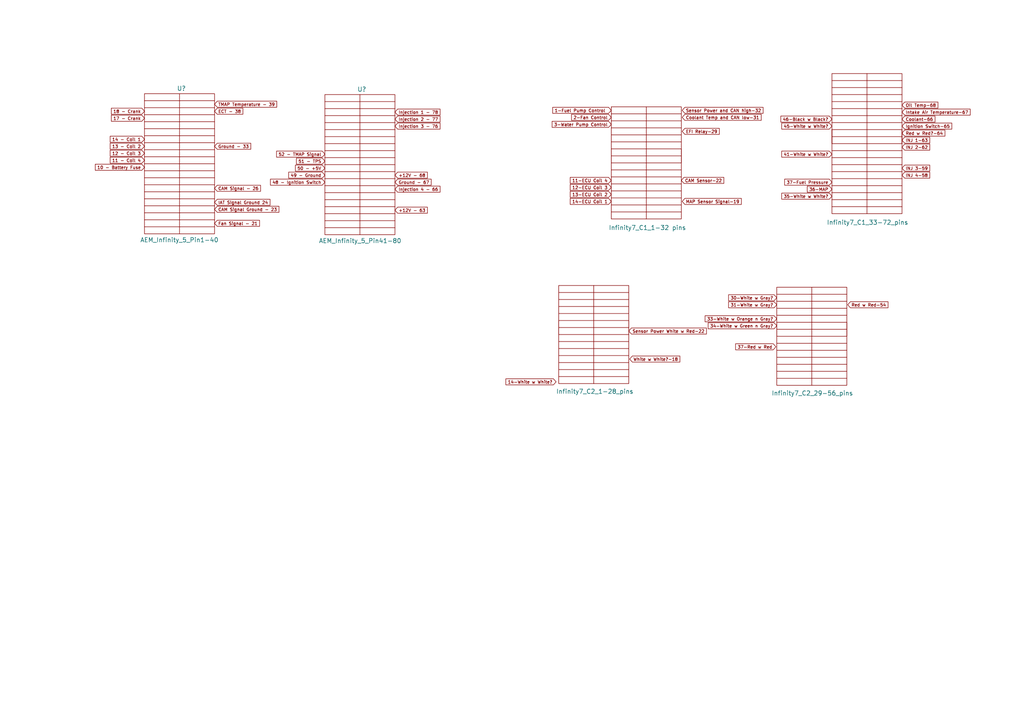
<source format=kicad_sch>
(kicad_sch (version 20211123) (generator eeschema)
  (paper "A4")
  (lib_symbols
    (symbol "SCR23 Library:AEM_Infinity_5_Pin1-40"
      (property "Reference" "U" (at 0 22.098 0))
      (property "Value" "AEM_Infinity_5_Pin1-40" (at 0 -23.114 0))
      (symbol "AEM_Infinity_5_Pin1-40_0_1"
        (rectangle (start -10.16 20.32) (end 10.16 -20.32))
        (polyline (pts (xy 0 20.32) (xy 0 -20.32)))
        (polyline (pts (xy -10.16 -18.288) (xy 10.16 -18.288) (xy 9.906 -18.288)))
        (polyline (pts (xy -10.16 -16.256) (xy 10.16 -16.256) (xy 9.906 -16.256)))
        (polyline (pts (xy -10.16 -14.224) (xy 10.16 -14.224) (xy 9.906 -14.224)))
        (polyline (pts (xy -10.16 -12.192) (xy 10.16 -12.192) (xy 9.906 -12.192)))
        (polyline (pts (xy -10.16 -10.16) (xy 10.16 -10.16) (xy 9.906 -10.16)))
        (polyline (pts (xy -10.16 -8.128) (xy 10.16 -8.128) (xy 9.906 -8.128)))
        (polyline (pts (xy -10.16 -6.096) (xy 10.16 -6.096) (xy 9.906 -6.096)))
        (polyline (pts (xy -10.16 -4.064) (xy 10.16 -4.064) (xy 9.906 -4.064)))
        (polyline (pts (xy -10.16 -2.032) (xy 10.16 -2.032) (xy 9.906 -2.032)))
        (polyline (pts (xy -10.16 0) (xy 10.16 0) (xy 9.906 0)))
        (polyline (pts (xy -10.16 2.032) (xy 10.16 2.032) (xy 9.906 2.032)))
        (polyline (pts (xy -10.16 4.064) (xy 10.16 4.064) (xy 9.906 4.064)))
        (polyline (pts (xy -10.16 6.096) (xy 10.16 6.096) (xy 9.906 6.096)))
        (polyline (pts (xy -10.16 8.128) (xy 10.16 8.128) (xy 9.906 8.128)))
        (polyline (pts (xy -10.16 10.16) (xy 10.16 10.16) (xy 9.906 10.16)))
        (polyline (pts (xy -10.16 12.192) (xy 10.16 12.192) (xy 9.906 12.192)))
        (polyline (pts (xy -10.16 14.224) (xy 10.16 14.224) (xy 9.906 14.224)))
        (polyline (pts (xy -10.16 16.256) (xy 10.16 16.256) (xy 9.906 16.256)))
        (polyline (pts (xy -10.16 18.288) (xy 10.16 18.288) (xy 9.906 18.288)))
      )
    )
    (symbol "SCR23 Library:AEM_Infinity_5_Pin41-80"
      (property "Reference" "U" (at 0 22.098 0))
      (property "Value" "AEM_Infinity_5_Pin41-80" (at 0 -23.114 0))
      (symbol "AEM_Infinity_5_Pin41-80_0_1"
        (rectangle (start -10.16 20.32) (end 10.16 -20.32))
        (polyline (pts (xy 0 20.32) (xy 0 -20.32)))
        (polyline (pts (xy -10.16 -18.288) (xy 10.16 -18.288) (xy 9.906 -18.288)))
        (polyline (pts (xy -10.16 -16.256) (xy 10.16 -16.256) (xy 9.906 -16.256)))
        (polyline (pts (xy -10.16 -14.224) (xy 10.16 -14.224) (xy 9.906 -14.224)))
        (polyline (pts (xy -10.16 -12.192) (xy 10.16 -12.192) (xy 9.906 -12.192)))
        (polyline (pts (xy -10.16 -10.16) (xy 10.16 -10.16) (xy 9.906 -10.16)))
        (polyline (pts (xy -10.16 -8.128) (xy 10.16 -8.128) (xy 9.906 -8.128)))
        (polyline (pts (xy -10.16 -6.096) (xy 10.16 -6.096) (xy 9.906 -6.096)))
        (polyline (pts (xy -10.16 -4.064) (xy 10.16 -4.064) (xy 9.906 -4.064)))
        (polyline (pts (xy -10.16 -2.032) (xy 10.16 -2.032) (xy 9.906 -2.032)))
        (polyline (pts (xy -10.16 0) (xy 10.16 0) (xy 9.906 0)))
        (polyline (pts (xy -10.16 2.032) (xy 10.16 2.032) (xy 9.906 2.032)))
        (polyline (pts (xy -10.16 4.064) (xy 10.16 4.064) (xy 9.906 4.064)))
        (polyline (pts (xy -10.16 6.096) (xy 10.16 6.096) (xy 9.906 6.096)))
        (polyline (pts (xy -10.16 8.128) (xy 10.16 8.128) (xy 9.906 8.128)))
        (polyline (pts (xy -10.16 10.16) (xy 10.16 10.16) (xy 9.906 10.16)))
        (polyline (pts (xy -10.16 12.192) (xy 10.16 12.192) (xy 9.906 12.192)))
        (polyline (pts (xy -10.16 14.224) (xy 10.16 14.224) (xy 9.906 14.224)))
        (polyline (pts (xy -10.16 16.256) (xy 10.16 16.256) (xy 9.906 16.256)))
        (polyline (pts (xy -10.16 18.288) (xy 10.16 18.288) (xy 9.906 18.288)))
      )
    )
    (symbol "Ty lib:Infinity7_C1_1-32 pins"
      (property "Value" "Infinity7_C1_1-32 pins" (at 0 -18.288 0))
      (symbol "Infinity7_C1_1-32 pins_0_0"
        (polyline (pts (xy -10.16 -14.224) (xy 10.16 -14.224)))
        (polyline (pts (xy -10.16 -12.192) (xy 10.16 -12.192)))
        (polyline (pts (xy -10.16 -8.128) (xy 10.16 -8.128)))
        (polyline (pts (xy -10.16 -4.064) (xy 10.16 -4.064)))
        (polyline (pts (xy -10.16 -2.032) (xy 10.16 -2.032)))
        (polyline (pts (xy -10.16 6.096) (xy 10.16 6.096)))
        (polyline (pts (xy -10.16 10.16) (xy 10.16 10.16)))
        (polyline (pts (xy -10.16 12.192) (xy 10.16 12.192)))
        (polyline (pts (xy -10.16 14.224) (xy 10.16 14.224)))
        (polyline (pts (xy 0 -16.256) (xy 0 16.256)))
        (polyline (pts (xy 10.16 -10.16) (xy -10.16 -10.16)))
        (polyline (pts (xy 10.16 -6.096) (xy -10.16 -6.096)))
        (polyline (pts (xy 10.16 8.128) (xy -10.16 8.128)))
        (polyline (pts (xy 10.16 2.032) (xy -10.16 2.032) (xy -10.16 0) (xy 10.16 0) (xy 10.16 2.032) (xy 10.16 4.064) (xy -10.16 4.064) (xy -10.16 2.032)))
      )
      (symbol "Infinity7_C1_1-32 pins_0_1"
        (rectangle (start -10.16 16.256) (end 10.16 -16.256))
      )
    )
    (symbol "Ty lib:Infinity7_C1_33-72_pins"
      (property "Value" "Infinity7_C1_33-72_pins" (at 0 -22.86 0))
      (symbol "Infinity7_C1_33-72_pins_0_0"
        (polyline (pts (xy -10.16 -18.288) (xy 10.16 -18.288)))
        (polyline (pts (xy -10.16 -16.256) (xy 10.16 -16.256)))
        (polyline (pts (xy -10.16 -14.224) (xy 10.16 -14.224)))
        (polyline (pts (xy -10.16 -12.192) (xy 10.16 -12.192)))
        (polyline (pts (xy -10.16 -8.128) (xy 10.16 -8.128)))
        (polyline (pts (xy -10.16 -4.064) (xy 10.16 -4.064)))
        (polyline (pts (xy -10.16 -2.032) (xy 10.16 -2.032)))
        (polyline (pts (xy -10.16 6.096) (xy 10.16 6.096)))
        (polyline (pts (xy -10.16 10.16) (xy 10.16 10.16)))
        (polyline (pts (xy -10.16 12.192) (xy 10.16 12.192)))
        (polyline (pts (xy -10.16 14.224) (xy 10.16 14.224)))
        (polyline (pts (xy -10.16 16.256) (xy 10.16 16.256)))
        (polyline (pts (xy -10.16 18.288) (xy 10.16 18.288)))
        (polyline (pts (xy 0 -20.32) (xy 0 20.32)))
        (polyline (pts (xy 10.16 -10.16) (xy -10.16 -10.16)))
        (polyline (pts (xy 10.16 -6.096) (xy -10.16 -6.096)))
        (polyline (pts (xy 10.16 8.128) (xy -10.16 8.128)))
        (polyline (pts (xy 10.16 2.032) (xy -10.16 2.032) (xy -10.16 0) (xy 10.16 0) (xy 10.16 2.032) (xy 10.16 4.064) (xy -10.16 4.064) (xy -10.16 2.032)))
      )
      (symbol "Infinity7_C1_33-72_pins_0_1"
        (rectangle (start -10.16 20.32) (end 10.16 -20.32))
      )
    )
    (symbol "Ty lib:Infinity7_C2_1-28_pins"
      (property "Value" "Infinity7_C2_1-28_pins" (at 0 -16.51 0))
      (symbol "Infinity7_C2_1-28_pins_0_0"
        (polyline (pts (xy -10.16 -12.192) (xy 10.16 -12.192)))
        (polyline (pts (xy -10.16 -8.128) (xy 10.16 -8.128)))
        (polyline (pts (xy -10.16 -4.064) (xy 10.16 -4.064)))
        (polyline (pts (xy -10.16 -2.032) (xy 10.16 -2.032)))
        (polyline (pts (xy -10.16 6.096) (xy 10.16 6.096)))
        (polyline (pts (xy -10.16 10.16) (xy 10.16 10.16)))
        (polyline (pts (xy -10.16 12.192) (xy 10.16 12.192)))
        (polyline (pts (xy 0 -14.224) (xy 0 14.224)))
        (polyline (pts (xy 10.16 -10.16) (xy -10.16 -10.16)))
        (polyline (pts (xy 10.16 -6.096) (xy -10.16 -6.096)))
        (polyline (pts (xy 10.16 8.128) (xy -10.16 8.128)))
        (polyline (pts (xy 10.16 2.032) (xy -10.16 2.032) (xy -10.16 0) (xy 10.16 0) (xy 10.16 2.032) (xy 10.16 4.064) (xy -10.16 4.064) (xy -10.16 2.032)))
      )
      (symbol "Infinity7_C2_1-28_pins_0_1"
        (rectangle (start -10.16 14.224) (end 10.16 -14.224))
      )
    )
    (symbol "Ty lib:Infinity7_C2_29-56_pins"
      (property "Value" "Infinity7_C2_29-56_pins" (at 0 -16.51 0))
      (symbol "Infinity7_C2_29-56_pins_0_0"
        (polyline (pts (xy -10.16 -12.192) (xy 10.16 -12.192)))
        (polyline (pts (xy -10.16 -8.128) (xy 10.16 -8.128)))
        (polyline (pts (xy -10.16 -4.064) (xy 10.16 -4.064)))
        (polyline (pts (xy -10.16 -2.032) (xy 10.16 -2.032)))
        (polyline (pts (xy -10.16 6.096) (xy 10.16 6.096)))
        (polyline (pts (xy -10.16 10.16) (xy 10.16 10.16)))
        (polyline (pts (xy -10.16 12.192) (xy 10.16 12.192)))
        (polyline (pts (xy 0 -14.224) (xy 0 14.224)))
        (polyline (pts (xy 10.16 -10.16) (xy -10.16 -10.16)))
        (polyline (pts (xy 10.16 -6.096) (xy -10.16 -6.096)))
        (polyline (pts (xy 10.16 8.128) (xy -10.16 8.128)))
        (polyline (pts (xy 10.16 2.032) (xy -10.16 2.032) (xy -10.16 0) (xy 10.16 0) (xy 10.16 2.032) (xy 10.16 4.064) (xy -10.16 4.064) (xy -10.16 2.032)))
      )
      (symbol "Infinity7_C2_29-56_pins_0_1"
        (rectangle (start -10.16 14.224) (end 10.16 -14.224))
      )
    )
  )
  (global_label "INJ 1-63" (shape input) (at 261.62 40.64 0) (effects (font (size 0.889 0.889))) (property "Intersheet References" "${INTERSHEET_REFS}" (effects hide)))
  (global_label "Fan Signal - 21" (shape input) (at 62.23 64.77 0) (effects (font (size 0.889 0.889))) (property "Intersheet References" "${INTERSHEET_REFS}" (effects hide)))
  (global_label "45-White w White?" (shape input) (at 241.3 36.576 180) (effects (font (size 0.889 0.889))) (property "Intersheet References" "${INTERSHEET_REFS}" (effects hide)))
  (global_label "Ground - 67" (shape input) (at 114.554 52.832 0) (effects (font (size 0.889 0.889))) (property "Intersheet References" "${INTERSHEET_REFS}" (effects hide)))
  (global_label "Sensor Power White w Red-22" (shape input) (at 182.372 96.012 0) (effects (font (size 0.889 0.889))) (property "Intersheet References" "${INTERSHEET_REFS}" (effects hide)))
  (global_label "Coolant-66" (shape input) (at 261.62 34.544 0) (effects (font (size 0.889 0.889))) (property "Intersheet References" "${INTERSHEET_REFS}" (effects hide)))
  (global_label "2-Fan Control" (shape input) (at 177.292 34.036 180) (effects (font (size 0.889 0.889))) (property "Intersheet References" "${INTERSHEET_REFS}" (effects hide)))
  (global_label "50 - +5V" (shape input) (at 94.234 48.768 180) (effects (font (size 0.889 0.889))) (property "Intersheet References" "${INTERSHEET_REFS}" (effects hide)))
  (global_label "Ignition Switch-65" (shape input) (at 261.62 36.576 0) (effects (font (size 0.889 0.889))) (property "Intersheet References" "${INTERSHEET_REFS}" (effects hide)))
  (global_label "+12V - 68" (shape input) (at 114.554 50.8 0) (effects (font (size 0.889 0.889))) (property "Intersheet References" "${INTERSHEET_REFS}" (effects hide)))
  (global_label "46-Black w Black?" (shape input) (at 241.3 34.544 180) (effects (font (size 0.889 0.889))) (property "Intersheet References" "${INTERSHEET_REFS}" (effects hide)))
  (global_label "30-White w Gray?" (shape input) (at 225.298 86.36 180) (effects (font (size 0.889 0.889))) (property "Intersheet References" "${INTERSHEET_REFS}" (effects hide)))
  (global_label "18 - Crank" (shape input) (at 41.91 32.258 180) (effects (font (size 0.889 0.889))) (property "Intersheet References" "${INTERSHEET_REFS}" (effects hide)))
  (global_label "White w White?-18" (shape input) (at 182.626 104.14 0) (effects (font (size 0.889 0.889))) (property "Intersheet References" "${INTERSHEET_REFS}" (effects hide)))
  (global_label "Oil Temp-68" (shape input) (at 261.62 30.48 0) (effects (font (size 0.889 0.889))) (property "Intersheet References" "${INTERSHEET_REFS}" (effects hide)))
  (global_label "Injection 2 - 77" (shape input) (at 114.554 34.544 0) (effects (font (size 0.889 0.889))) (property "Intersheet References" "${INTERSHEET_REFS}" (effects hide)))
  (global_label "41-White w White?" (shape input) (at 241.3 44.704 180) (effects (font (size 0.889 0.889))) (property "Intersheet References" "${INTERSHEET_REFS}" (effects hide)))
  (global_label "14-White w White?" (shape input) (at 161.29 110.744 180) (effects (font (size 0.889 0.889))) (property "Intersheet References" "${INTERSHEET_REFS}" (effects hide)))
  (global_label "10 - Battery Fuse" (shape input) (at 41.91 48.514 180) (effects (font (size 0.889 0.889))) (property "Intersheet References" "${INTERSHEET_REFS}" (effects hide)))
  (global_label "Red w Red?-64" (shape input) (at 261.62 38.608 0) (effects (font (size 0.889 0.889))) (property "Intersheet References" "${INTERSHEET_REFS}" (effects hide)))
  (global_label "12-ECU Coil 3" (shape input) (at 177.292 54.356 180) (effects (font (size 0.889 0.889))) (property "Intersheet References" "${INTERSHEET_REFS}" (effects hide)))
  (global_label "Injection 3 - 76" (shape input) (at 114.554 36.576 0) (effects (font (size 0.889 0.889))) (property "Intersheet References" "${INTERSHEET_REFS}" (effects hide)))
  (global_label "1-Fuel Pump Control " (shape input) (at 177.292 32.004 180) (effects (font (size 0.889 0.889))) (property "Intersheet References" "${INTERSHEET_REFS}" (effects hide)))
  (global_label "+12V - 63" (shape input) (at 114.554 60.96 0) (effects (font (size 0.889 0.889))) (property "Intersheet References" "${INTERSHEET_REFS}" (effects hide)))
  (global_label "Red w Red-54" (shape input) (at 245.872 88.392 0) (effects (font (size 0.889 0.889))) (property "Intersheet References" "${INTERSHEET_REFS}" (effects hide)))
  (global_label "14 - Coil 1" (shape input) (at 41.91 40.386 180) (effects (font (size 0.889 0.889))) (property "Intersheet References" "${INTERSHEET_REFS}" (effects hide)))
  (global_label "11 - Coil 4" (shape input) (at 41.91 46.482 180) (effects (font (size 0.889 0.889))) (property "Intersheet References" "${INTERSHEET_REFS}" (effects hide)))
  (global_label "52 - TMAP Signal" (shape input) (at 94.234 44.704 180) (effects (font (size 0.889 0.889))) (property "Intersheet References" "${INTERSHEET_REFS}" (effects hide)))
  (global_label "13 - Coil 2" (shape input) (at 41.91 42.418 180) (effects (font (size 0.889 0.889))) (property "Intersheet References" "${INTERSHEET_REFS}" (effects hide)))
  (global_label "Intake Air Temperature-67" (shape input) (at 261.62 32.512 0) (effects (font (size 0.889 0.889))) (property "Intersheet References" "${INTERSHEET_REFS}" (effects hide)))
  (global_label "INJ 2-62" (shape input) (at 261.62 42.672 0) (effects (font (size 0.889 0.889))) (property "Intersheet References" "${INTERSHEET_REFS}" (effects hide)))
  (global_label "ECT - 38" (shape input) (at 62.23 32.258 0) (effects (font (size 0.889 0.889))) (property "Intersheet References" "${INTERSHEET_REFS}" (effects hide)))
  (global_label "INJ 3-59" (shape input) (at 261.62 48.768 0) (effects (font (size 0.889 0.889))) (property "Intersheet References" "${INTERSHEET_REFS}" (effects hide)))
  (global_label "14-ECU Coil 1" (shape input) (at 177.292 58.42 180) (effects (font (size 0.889 0.889))) (property "Intersheet References" "${INTERSHEET_REFS}" (effects hide)))
  (global_label "37-Red w Red" (shape input) (at 225.044 100.584 180) (effects (font (size 0.889 0.889))) (property "Intersheet References" "${INTERSHEET_REFS}" (effects hide)))
  (global_label "31-White w Gray?" (shape input) (at 225.298 88.392 180) (effects (font (size 0.889 0.889))) (property "Intersheet References" "${INTERSHEET_REFS}" (effects hide)))
  (global_label "MAP Sensor Signal-19" (shape input) (at 197.866 58.42 0) (effects (font (size 0.889 0.889))) (property "Intersheet References" "${INTERSHEET_REFS}" (effects hide)))
  (global_label "Coolant Temp and CAN low-31" (shape input) (at 197.866 34.036 0) (effects (font (size 0.889 0.889))) (property "Intersheet References" "${INTERSHEET_REFS}" (effects hide)))
  (global_label "Injection 1 - 78" (shape input) (at 114.554 32.512 0) (effects (font (size 0.889 0.889))) (property "Intersheet References" "${INTERSHEET_REFS}" (effects hide)))
  (global_label "12 - Coil 3" (shape input) (at 41.91 44.45 180) (effects (font (size 0.889 0.889))) (property "Intersheet References" "${INTERSHEET_REFS}" (effects hide)))
  (global_label "IAT Signal Ground 24" (shape input) (at 62.23 58.674 0) (effects (font (size 0.889 0.889))) (property "Intersheet References" "${INTERSHEET_REFS}" (effects hide)))
  (global_label "Sensor Power and CAN high-32" (shape input) (at 197.866 32.004 0) (effects (font (size 0.889 0.889))) (property "Intersheet References" "${INTERSHEET_REFS}" (effects hide)))
  (global_label "CAM Sensor-22" (shape input) (at 197.612 52.324 0) (effects (font (size 0.889 0.889))) (property "Intersheet References" "${INTERSHEET_REFS}" (effects hide)))
  (global_label "36-MAP" (shape input) (at 241.3 54.864 180) (effects (font (size 0.889 0.889))) (property "Intersheet References" "${INTERSHEET_REFS}" (effects hide)))
  (global_label "37-Fuel Pressure" (shape input) (at 241.3 52.832 180) (effects (font (size 0.889 0.889))) (property "Intersheet References" "${INTERSHEET_REFS}" (effects hide)))
  (global_label "33-White w Orange n Gray?" (shape input) (at 225.298 92.456 180) (effects (font (size 0.889 0.889))) (property "Intersheet References" "${INTERSHEET_REFS}" (effects hide)))
  (global_label "INJ 4-58" (shape input) (at 261.62 50.8 0) (effects (font (size 0.889 0.889))) (property "Intersheet References" "${INTERSHEET_REFS}" (effects hide)))
  (global_label "49 - Ground" (shape input) (at 94.234 50.8 180) (effects (font (size 0.889 0.889))) (property "Intersheet References" "${INTERSHEET_REFS}" (effects hide)))
  (global_label "34-White w Green n Gray?" (shape input) (at 225.298 94.488 180) (effects (font (size 0.889 0.889))) (property "Intersheet References" "${INTERSHEET_REFS}" (effects hide)))
  (global_label "11-ECU Coil 4" (shape input) (at 177.292 52.324 180) (effects (font (size 0.889 0.889))) (property "Intersheet References" "${INTERSHEET_REFS}" (effects hide)))
  (global_label "TMAP Temperature - 39" (shape input) (at 62.23 30.226 0) (effects (font (size 0.889 0.889))) (property "Intersheet References" "${INTERSHEET_REFS}" (effects hide)))
  (global_label "Injection 4 - 66" (shape input) (at 114.554 54.864 0) (effects (font (size 0.889 0.889))) (property "Intersheet References" "${INTERSHEET_REFS}" (effects hide)))
  (global_label "51 - TPS" (shape input) (at 94.234 46.736 180) (effects (font (size 0.889 0.889))) (property "Intersheet References" "${INTERSHEET_REFS}" (effects hide)))
  (global_label "CAM Signal Ground - 23" (shape input) (at 62.23 60.706 0) (effects (font (size 0.889 0.889))) (property "Intersheet References" "${INTERSHEET_REFS}" (effects hide)))
  (global_label "Ground - 33" (shape input) (at 62.23 42.418 0) (effects (font (size 0.889 0.889))) (property "Intersheet References" "${INTERSHEET_REFS}" (effects hide)))
  (global_label "17 - Crank" (shape input) (at 41.91 34.29 180) (effects (font (size 0.889 0.889))) (property "Intersheet References" "${INTERSHEET_REFS}" (effects hide)))
  (global_label "48 - Ignition Switch" (shape input) (at 94.234 52.832 180) (effects (font (size 0.889 0.889))) (property "Intersheet References" "${INTERSHEET_REFS}" (effects hide)))
  (global_label "CAM Signal - 26" (shape input) (at 62.23 54.61 0) (effects (font (size 0.889 0.889))) (property "Intersheet References" "${INTERSHEET_REFS}" (effects hide)))
  (global_label "3-Water Pump Control" (shape input) (at 177.292 36.068 180) (effects (font (size 0.889 0.889))) (property "Intersheet References" "${INTERSHEET_REFS}" (effects hide)))
  (global_label "EFI Relay-29" (shape input) (at 197.866 38.1 0) (effects (font (size 0.889 0.889))) (property "Intersheet References" "${INTERSHEET_REFS}" (effects hide)))
  (global_label "13-ECU Coil 2" (shape input) (at 177.292 56.388 180) (effects (font (size 0.889 0.889))) (property "Intersheet References" "${INTERSHEET_REFS}" (effects hide)))
  (global_label "35-White w White?" (shape input) (at 241.3 56.896 180) (effects (font (size 0.889 0.889))) (property "Intersheet References" "${INTERSHEET_REFS}" (effects hide)))
  (symbol (lib_id "SCR23 Library:AEM_Infinity_5_Pin1-40") (at 52.07 47.498 0) (unit 1)
    (property "Reference" "U?" (at 51.308 25.654 0) (effects (justify left)))
    (property "Value" "AEM_Infinity_5_Pin1-40" (at 40.64 69.596 0) (effects (justify left)))
  )
  (symbol (lib_id "SCR23 Library:AEM_Infinity_5_Pin41-80") (at 104.394 47.752 0) (unit 1)
    (property "Reference" "U?" (at 103.632 25.908 0) (effects (justify left)))
    (property "Value" "AEM_Infinity_5_Pin41-80" (at 92.456 69.85 0) (effects (justify left)))
  )
  (symbol (lib_id "Ty lib:Infinity7_C2_29-56_pins") (at 235.458 97.536 0) (unit 1)
    (property "Reference" "U?" (effects hide))
    (property "Value" "Infinity7_C2_29-56_pins" (at 223.774 114.046 0) (effects (justify left)))
  )
  (symbol (lib_id "Ty lib:Infinity7_C1_33-72_pins") (at 251.46 41.656 0) (unit 1)
    (property "Reference" "U?" (effects hide))
    (property "Value" "Infinity7_C1_33-72_pins" (at 239.776 64.516 0) (effects (justify left)))
  )
  (symbol (lib_id "Ty lib:Infinity7_C2_1-28_pins") (at 172.212 97.028 0) (unit 1)
    (property "Reference" "U?" (effects hide))
    (property "Value" "Infinity7_C2_1-28_pins" (at 161.29 113.538 0) (effects (justify left)))
  )
  (symbol (lib_id "Ty lib:Infinity7_C1_1-32 pins") (at 187.452 47.244 0) (unit 1)
    (property "Reference" "U?" (effects hide))
    (property "Value" "Infinity7_C1_1-32 pins" (at 176.53 66.04 0) (effects (justify left)))
  )
)
</source>
